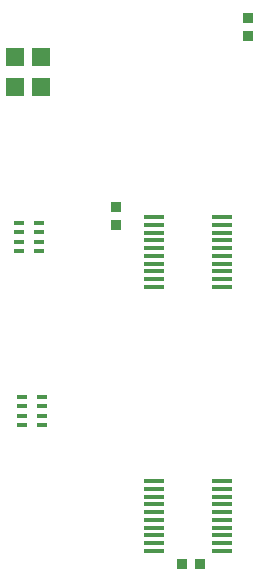
<source format=gbp>
G04 #@! TF.GenerationSoftware,KiCad,Pcbnew,8.0.6*
G04 #@! TF.CreationDate,2024-10-21T20:58:37-03:00*
G04 #@! TF.ProjectId,MSX_Goauld_Rev4_1,4d53585f-476f-4617-956c-645f52657634,rev?*
G04 #@! TF.SameCoordinates,Original*
G04 #@! TF.FileFunction,Paste,Bot*
G04 #@! TF.FilePolarity,Positive*
%FSLAX46Y46*%
G04 Gerber Fmt 4.6, Leading zero omitted, Abs format (unit mm)*
G04 Created by KiCad (PCBNEW 8.0.6) date 2024-10-21 20:58:37*
%MOMM*%
%LPD*%
G01*
G04 APERTURE LIST*
%ADD10R,1.500000X1.600000*%
%ADD11R,0.810000X0.860000*%
%ADD12O,1.740000X0.360000*%
%ADD13R,0.860000X0.810000*%
%ADD14R,0.900000X0.400000*%
G04 APERTURE END LIST*
D10*
X155710000Y-83326000D03*
X155710000Y-85866000D03*
X153510000Y-85866000D03*
X153510000Y-83326000D03*
D11*
X169152000Y-126238000D03*
X167652000Y-126238000D03*
D12*
X171018000Y-96892000D03*
X171018000Y-97542000D03*
X171018000Y-98192000D03*
X171018000Y-98842000D03*
X171018000Y-99502000D03*
X171018000Y-100152000D03*
X171018000Y-100802000D03*
X171018000Y-101452000D03*
X171018000Y-102102000D03*
X171018000Y-102752000D03*
X165278000Y-102752000D03*
X165278000Y-102102000D03*
X165278000Y-101452000D03*
X165278000Y-100802000D03*
X165278000Y-100152000D03*
X165278000Y-99502000D03*
X165278000Y-98842000D03*
X165278000Y-98192000D03*
X165278000Y-97542000D03*
X165278000Y-96892000D03*
X165278000Y-125104000D03*
X165278000Y-124454000D03*
X165278000Y-123804000D03*
X165278000Y-123154000D03*
X165278000Y-122494000D03*
X165278000Y-121844000D03*
X165278000Y-121194000D03*
X165278000Y-120544000D03*
X165278000Y-119894000D03*
X165278000Y-119244000D03*
X171018000Y-119244000D03*
X171018000Y-119894000D03*
X171018000Y-120544000D03*
X171018000Y-121194000D03*
X171018000Y-121844000D03*
X171018000Y-122494000D03*
X171018000Y-123154000D03*
X171018000Y-123804000D03*
X171018000Y-124454000D03*
X171018000Y-125104000D03*
D13*
X162052000Y-97536000D03*
X162052000Y-96036000D03*
D14*
X153836000Y-99752000D03*
X153836000Y-98952000D03*
X153836000Y-98152000D03*
X153836000Y-97352000D03*
X155536000Y-97352000D03*
X155536000Y-98152000D03*
X155536000Y-98952000D03*
X155536000Y-99752000D03*
X154090000Y-114484000D03*
X154090000Y-113684000D03*
X154090000Y-112884000D03*
X154090000Y-112084000D03*
X155790000Y-112084000D03*
X155790000Y-112884000D03*
X155790000Y-113684000D03*
X155790000Y-114484000D03*
D13*
X173228000Y-80022000D03*
X173228000Y-81522000D03*
M02*

</source>
